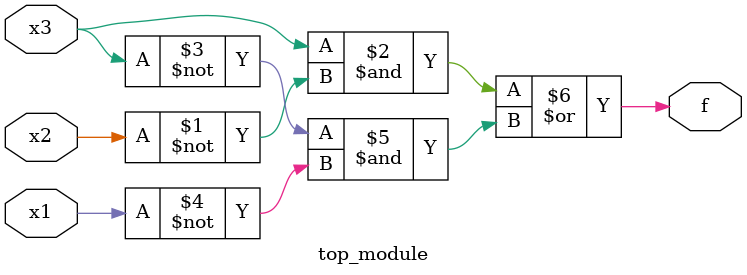
<source format=sv>
module top_module (
    input x3,
    input x2,
    input x1,
    output f
);

    assign f = (x3 & ~x2) | (~x3 & ~x1);

endmodule

</source>
